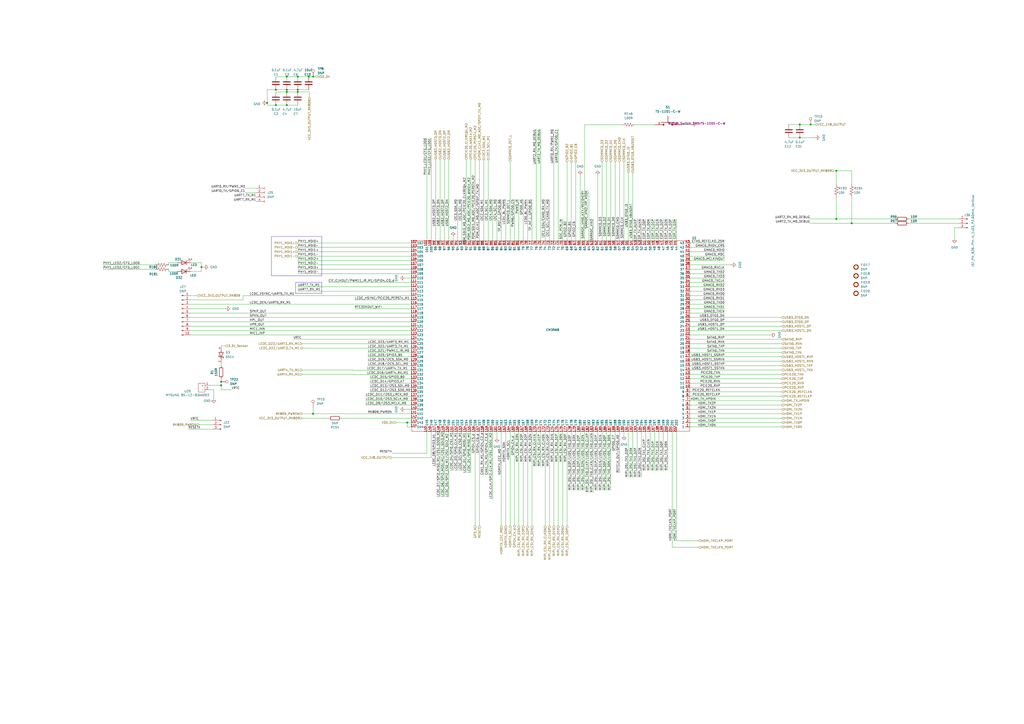
<source format=kicad_sch>
(kicad_sch (version 20231120) (generator "eeschema") (generator_version "8.0")
  (paper "A2")
  (junction (at 128.27 223.52))
  (junction (at 172.72 52.07))
  (junction (at 166.37 53.34))
  (junction (at 181.6803 44.45))
  (junction (at 236.22 245.11))
  (junction (at 166.37 52.07))
  (junction (at 179.07 44.45))
  (junction (at 470.2454 72.2187))
  (junction (at 160.02 60.96))
  (junction (at 463.9378 79.8387))
  (junction (at 154.94 59.69))
  (junction (at 128.27 221.4273))
  (junction (at 172.72 53.34))
  (junction (at 116.84 154.94))
  (junction (at 172.72 44.45))
  (junction (at 160.02 52.07))
  (junction (at 166.37 60.96))
  (junction (at 494.03 129.54))
  (junction (at 485.14 99.06))
  (junction (at 485.14 127))
  (junction (at 181.61 240.03))
  (junction (at 463.9378 72.2187))
  (junction (at 166.37 44.45))
  (wire (pts (xy 336.55 101.6) (xy 336.55 139.7)))
  (wire (pts (xy 213.36 209.55) (xy 238.76 209.55)))
  (wire (pts (xy 278.13 139.7) (xy 278.13 92.71)))
  (wire (pts (xy 349.25 250.19) (xy 349.25 284.48)))
  (wire (pts (xy 121.4405 223.52) (xy 128.27 223.52)))
  (wire (pts (xy 262.89 137.16) (xy 262.89 139.7)))
  (wire (pts (xy 331.47 250.19) (xy 331.47 284.48)))
  (wire (pts (xy 204.47 214.63) (xy 204.47 214.7035)))
  (wire (pts (xy 140.97 171.45) (xy 238.76 171.45)))
  (wire (pts (xy 234.95 161.29) (xy 238.76 161.29)))
  (wire (pts (xy 361.95 252.73) (xy 361.95 250.19)))
  (wire (pts (xy 110.49 179.07) (xy 130.81 179.07)))
  (wire (pts (xy 400.05 234.95) (xy 453.39 234.95)))
  (wire (pts (xy 349.25 93.98) (xy 349.25 139.7)))
  (wire (pts (xy 463.9378 72.2187) (xy 470.2454 72.2187)))
  (wire (pts (xy 323.85 74.93) (xy 323.85 139.7)))
  (wire (pts (xy 205.74 173.99) (xy 238.76 173.99)))
  (wire (pts (xy 323.85 250.19) (xy 323.85 304.8)))
  (wire (pts (xy 175.26 242.57) (xy 190.5 242.57)))
  (wire (pts (xy 172.72 158.75) (xy 238.76 158.75)))
  (wire (pts (xy 110.49 189.23) (xy 238.76 189.23)))
  (wire (pts (xy 227.33 262.89) (xy 247.65 262.89)))
  (wire (pts (xy 318.77 115.57) (xy 318.77 139.7)))
  (wire (pts (xy 116.84 154.94) (xy 116.84 157.48)))
  (wire (pts (xy 369.57 127) (xy 369.57 139.7)))
  (wire (pts (xy 483.87 99.06) (xy 485.14 99.06)))
  (wire (pts (xy 469.9 127) (xy 485.14 127)))
  (wire (pts (xy 288.29 139.7) (xy 288.29 115.57)))
  (wire (pts (xy 400.05 242.57) (xy 453.39 242.57)))
  (wire (pts (xy 336.55 250.19) (xy 336.55 284.48)))
  (wire (pts (xy 369.57 250.19) (xy 369.57 276.86)))
  (wire (pts (xy 400.05 156.21) (xy 420.37 156.21)))
  (wire (pts (xy 214.63 224.79) (xy 238.76 224.79)))
  (wire (pts (xy 205.74 217.2435) (xy 216.6905 217.2435)))
  (wire (pts (xy 556.26 127) (xy 527.05 127)))
  (wire (pts (xy 172.72 148.59) (xy 238.76 148.59)))
  (wire (pts (xy 278.13 250.19) (xy 278.13 304.8)))
  (wire (pts (xy 400.05 214.63) (xy 453.39 214.63)))
  (wire (pts (xy 339.09 250.19) (xy 339.09 284.48)))
  (wire (pts (xy 213.36 207.01) (xy 238.76 207.01)))
  (wire (pts (xy 384.81 250.19) (xy 384.81 273.05)))
  (wire (pts (xy 400.05 161.29) (xy 420.37 161.29)))
  (wire (pts (xy 142.24 109.22) (xy 148.59 109.22)))
  (wire (pts (xy 494.03 106.68) (xy 494.03 99.06)))
  (wire (pts (xy 295.9367 266.7) (xy 295.9367 304.7421)))
  (wire (pts (xy 400.05 204.47) (xy 453.39 204.47)))
  (wire (pts (xy 494.03 129.54) (xy 519.43 129.54)))
  (wire (pts (xy 485.14 99.06) (xy 485.14 106.68)))
  (wire (pts (xy 387.35 127) (xy 387.35 139.7)))
  (wire (pts (xy 110.49 186.69) (xy 238.76 186.69)))
  (wire (pts (xy 389.89 250.19) (xy 389.89 317.5)))
  (wire (pts (xy 154.94 52.07) (xy 154.94 59.69)))
  (wire (pts (xy 326.39 250.19) (xy 326.39 304.8)))
  (wire (pts (xy 238.76 234.95) (xy 212.09 234.95)))
  (wire (pts (xy 110.49 194.31) (xy 238.76 194.31)))
  (wire (pts (xy 400.05 191.77) (xy 453.39 191.77)))
  (wire (pts (xy 400.05 199.39) (xy 453.39 199.39)))
  (wire (pts (xy 351.79 250.19) (xy 351.79 284.48)))
  (wire (pts (xy 334.01 250.19) (xy 334.01 284.48)))
  (wire (pts (xy 553.72 132.08) (xy 553.72 138.43)))
  (wire (pts (xy 351.79 93.98) (xy 351.79 139.7)))
  (wire (pts (xy 400.05 209.55) (xy 453.39 209.55)))
  (wire (pts (xy 236.22 245.11) (xy 238.76 245.11)))
  (wire (pts (xy 172.72 151.13) (xy 238.76 151.13)))
  (wire (pts (xy 400.05 245.11) (xy 453.39 245.11)))
  (wire (pts (xy 334.01 93.9594) (xy 334.01 139.7)))
  (wire (pts (xy 354.33 250.19) (xy 354.33 284.48)))
  (wire (pts (xy 160.02 44.45) (xy 166.37 44.45)))
  (wire (pts (xy 273.05 250.19) (xy 273.05 274.32)))
  (wire (pts (xy 400.05 237.49) (xy 453.39 237.49)))
  (wire (pts (xy 339.09 72.3102) (xy 339.09 139.7)))
  (wire (pts (xy 326.39 127) (xy 326.39 139.7)))
  (wire (pts (xy 102.87 152.4) (xy 97.79 152.4)))
  (wire (pts (xy 250.19 265.43) (xy 250.19 250.19)))
  (wire (pts (xy 175.26 199.39) (xy 238.76 199.39)))
  (wire (pts (xy 298.45 115.57) (xy 298.45 139.7)))
  (wire (pts (xy 290.83 139.7) (xy 290.83 115.57)))
  (wire (pts (xy 123.9805 226.1335) (xy 121.4405 226.1335)))
  (wire (pts (xy 311.15 250.19) (xy 311.15 270.51)))
  (wire (pts (xy 97.79 152.4) (xy 97.79 153.67)))
  (wire (pts (xy 172.72 140.97) (xy 238.76 140.97)))
  (wire (pts (xy 367.03 250.19) (xy 367.03 276.86)))
  (wire (pts (xy 172.72 156.21) (xy 238.76 156.21)))
  (wire (pts (xy 344.17 127) (xy 344.17 139.7)))
  (wire (pts (xy 400.05 201.93) (xy 453.39 201.93)))
  (wire (pts (xy 377.19 250.19) (xy 377.19 273.05)))
  (wire (pts (xy 166.37 44.45) (xy 172.72 44.45)))
  (wire (pts (xy 400.05 184.15) (xy 453.39 184.15)))
  (wire (pts (xy 229.87 245.11) (xy 236.22 245.11)))
  (wire (pts (xy 59.69 153.67) (xy 90.17 153.67)))
  (wire (pts (xy 265.43 139.7) (xy 265.43 115.57)))
  (wire (pts (xy 267.97 250.19) (xy 267.97 273.05)))
  (wire (pts (xy 190.5 163.83) (xy 238.76 163.83)))
  (wire (pts (xy 172.72 52.07) (xy 166.37 52.07)))
  (wire (pts (xy 311.15 74.93) (xy 311.15 139.7)))
  (wire (pts (xy 400.05 232.41) (xy 453.39 232.41)))
  (wire (pts (xy 341.1505 112.0971) (xy 341.63 112.0971)))
  (wire (pts (xy 344.17 250.19) (xy 344.17 285.75)))
  (wire (pts (xy 321.31 74.93) (xy 321.31 139.7)))
  (wire (pts (xy 238.76 229.87) (xy 212.09 229.87)))
  (wire (pts (xy 172.72 143.51) (xy 238.76 143.51)))
  (wire (pts (xy 400.05 222.25) (xy 453.39 222.25)))
  (wire (pts (xy 283.21 139.7) (xy 283.21 92.6609)))
  (wire (pts (xy 160.02 53.34) (xy 166.37 53.34)))
  (wire (pts (xy 485.14 127) (xy 519.43 127)))
  (wire (pts (xy 170.18 196.85) (xy 238.76 196.85)))
  (wire (pts (xy 400.05 240.03) (xy 453.39 240.03)))
  (wire (pts (xy 400.05 168.91) (xy 420.37 168.91)))
  (wire (pts (xy 257.81 250.19) (xy 257.81 288.29)))
  (wire (pts (xy 400.05 181.61) (xy 420.37 181.61)))
  (wire (pts (xy 306.07 115.57) (xy 306.07 139.7)))
  (wire (pts (xy 341.63 250.19) (xy 341.63 285.75)))
  (wire (pts (xy 379.73 250.19) (xy 379.73 273.05)))
  (wire (pts (xy 382.27 127) (xy 382.27 139.7)))
  (wire (pts (xy 339.09 72.3102) (xy 360.7793 72.3102)))
  (wire (pts (xy 295.91 139.7) (xy 295.91 93.98)))
  (wire (pts (xy 400.05 219.71) (xy 453.39 219.71)))
  (wire (pts (xy 316.23 115.57) (xy 316.23 139.7)))
  (wire (pts (xy 356.87 250.19) (xy 356.87 261.62)))
  (wire (pts (xy 102.87 157.48) (xy 97.79 157.48)))
  (wire (pts (xy 368.3993 72.3102) (xy 379.8293 72.3102)))
  (wire (pts (xy 300.99 250.19) (xy 300.99 304.8)))
  (wire (pts (xy 123.9805 231.2135) (xy 123.9805 226.1335)))
  (wire (pts (xy 382.27 250.19) (xy 382.27 273.05)))
  (wire (pts (xy 318.77 250.19) (xy 318.77 304.8)))
  (wire (pts (xy 128.27 212.09) (xy 128.27 210.82)))
  (wire (pts (xy 400.05 173.99) (xy 420.37 173.99)))
  (wire (pts (xy 275.59 250.19) (xy 275.59 304.8)))
  (wire (pts (xy 142.24 111.76) (xy 148.59 111.76)))
  (wire (pts (xy 128.27 226.1335) (xy 134.294 226.1335)))
  (wire (pts (xy 234.95 237.49) (xy 238.76 237.49)))
  (wire (pts (xy 400.05 207.01) (xy 453.39 207.01)))
  (wire (pts (xy 172.72 166.37) (xy 238.76 166.37)))
  (wire (pts (xy 128.27 221.4273) (xy 128.27 223.52)))
  (wire (pts (xy 198.12 242.57) (xy 238.76 242.57)))
  (wire (pts (xy 384.81 127) (xy 384.81 139.7)))
  (wire (pts (xy 172.72 44.45) (xy 179.07 44.45)))
  (wire (pts (xy 341.1505 110.2999) (xy 341.1505 112.0971)))
  (wire (pts (xy 485.14 114.3) (xy 485.14 127)))
  (wire (pts (xy 213.36 212.09) (xy 238.76 212.09)))
  (wire (pts (xy 457.5878 72.2187) (xy 463.9378 72.2187)))
  (wire (pts (xy 116.84 152.4) (xy 110.49 152.4)))
  (wire (pts (xy 341.63 112.0971) (xy 341.63 139.7)))
  (wire (pts (xy 313.69 250.19) (xy 313.69 270.51)))
  (wire (pts (xy 400.05 140.97) (xy 420.37 140.97)))
  (wire (pts (xy 252.73 250.19) (xy 252.73 270.51)))
  (wire (pts (xy 372.11 127) (xy 372.11 139.7)))
  (wire (pts (xy 205.74 179.07) (xy 238.76 179.07)))
  (wire (pts (xy 166.37 53.34) (xy 172.72 53.34)))
  (wire (pts (xy 265.43 250.19) (xy 265.43 273.05)))
  (wire (pts (xy 262.89 250.19) (xy 262.89 273.05)))
  (wire (pts (xy 154.94 60.96) (xy 160.02 60.96)))
  (wire (pts (xy 280.67 92.71) (xy 280.67 139.7)))
  (wire (pts (xy 303.53 115.57) (xy 303.53 139.7)))
  (wire (pts (xy 400.05 186.69) (xy 453.39 186.69)))
  (wire (pts (xy 179.07 52.07) (xy 172.72 52.07)))
  (wire (pts (xy 321.31 250.19) (xy 321.31 304.8)))
  (wire (pts (xy 328.93 93.98) (xy 328.93 139.7)))
  (wire (pts (xy 236.22 247.65) (xy 236.22 245.11)))
  (wire (pts (xy 179.07 44.45) (xy 181.6803 44.45)))
  (wire (pts (xy 214.63 222.25) (xy 238.76 222.25)))
  (wire (pts (xy 213.36 204.47) (xy 238.76 204.47)))
  (wire (pts (xy 400.05 179.07) (xy 420.37 179.07)))
  (wire (pts (xy 469.9 129.54) (xy 494.03 129.54)))
  (wire (pts (xy 313.69 74.93) (xy 313.69 139.7)))
  (wire (pts (xy 400.05 247.65) (xy 453.39 247.65)))
  (wire (pts (xy 160.02 60.96) (xy 166.37 60.96)))
  (wire (pts (xy 400.05 196.85) (xy 453.39 196.85)))
  (wire (pts (xy 130.81 200.66) (xy 128.27 200.66)))
  (wire (pts (xy 308.61 250.19) (xy 308.61 304.8)))
  (wire (pts (xy 179.4488 53.34) (xy 172.72 53.34)))
  (wire (pts (xy 400.05 212.09) (xy 453.39 212.09)))
  (wire (pts (xy 205.74 217.17) (xy 205.74 217.2435)))
  (wire (pts (xy 172.72 168.91) (xy 238.76 168.91)))
  (wire (pts (xy 300.99 115.57) (xy 300.99 139.7)))
  (wire (pts (xy 400.05 224.79) (xy 453.39 224.79)))
  (wire (pts (xy 175.26 240.03) (xy 181.61 240.03)))
  (wire (pts (xy 379.73 127) (xy 379.73 139.7)))
  (wire (pts (xy 400.05 148.59) (xy 420.37 148.59)))
  (wire (pts (xy 238.76 232.41) (xy 212.09 232.41)))
  (wire (pts (xy 316.23 250.19) (xy 316.23 304.8)))
  (wire (pts (xy 260.35 250.19) (xy 260.35 288.29)))
  (wire (pts (xy 400.05 143.51) (xy 420.37 143.51)))
  (wire (pts (xy 361.95 93.98) (xy 361.95 139.7)))
  (wire (pts (xy 110.49 176.53) (xy 238.76 176.53)))
  (wire (pts (xy 204.47 214.7035) (xy 215.4205 214.7035)))
  (wire (pts (xy 283.21 250.19) (xy 283.21 275.59)))
  (wire (pts (xy 227.33 265.43) (xy 250.19 265.43)))
  (wire (pts (xy 470.2454 72.2187) (xy 472.8278 72.2187)))
  (wire (pts (xy 59.69 156.21) (xy 90.17 156.21)))
  (wire (pts (xy 494.03 129.54) (xy 494.03 114.3)))
  (wire (pts (xy 179.4488 53.34) (xy 179.4488 56.2945)))
  (wire (pts (xy 359.41 250.19) (xy 359.41 274.32)))
  (wire (pts (xy 400.05 189.23) (xy 453.39 189.23)))
  (wire (pts (xy 110.49 243.84) (xy 123.19 243.84)))
  (wire (pts (xy 424.18 153.67) (xy 400.05 153.67)))
  (wire (pts (xy 260.35 92.71) (xy 260.35 139.7)))
  (wire (pts (xy 374.65 127) (xy 374.65 139.7)))
  (wire (pts (xy 110.49 184.15) (xy 238.76 184.15)))
  (wire (pts (xy 118.11 154.94) (xy 116.84 154.94)))
  (wire (pts (xy 267.97 139.7) (xy 267.97 115.57)))
  (wire (pts (xy 389.89 127) (xy 389.89 139.7)))
  (wire (pts (xy 97.79 157.48) (xy 97.79 156.21)))
  (wire (pts (xy 293.37 139.7) (xy 293.37 115.57)))
  (wire (pts (xy 172.72 146.05) (xy 238.76 146.05)))
  (wire (pts (xy 364.49 250.19) (xy 364.49 276.86)))
  (wire (pts (xy 400.05 176.53) (xy 420.37 176.53)))
  (wire (pts (xy 285.75 250.19) (xy 285.75 289.56)))
  (wire (pts (xy 494.03 99.06) (xy 485.14 99.06)))
  (wire (pts (xy 273.05 139.7) (xy 273.05 92.71)))
  (wire (pts (xy 270.51 250.19) (xy 270.51 274.32)))
  (wire (pts (xy 400.05 171.45) (xy 420.37 171.45)))
  (wire (pts (xy 160.02 52.07) (xy 154.94 52.07)))
  (wire (pts (xy 295.9367 266.7) (xy 295.91 266.7)))
  (wire (pts (xy 140.97 173.99) (xy 110.49 173.99)))
  (wire (pts (xy 181.61 240.03) (xy 238.76 240.03)))
  (wire (pts (xy 128.27 219.71) (xy 128.27 221.4273)))
  (wire (pts (xy 400.05 158.75) (xy 420.37 158.75)))
  (wire (pts (xy 116.84 154.94) (xy 116.84 152.4)))
  (wire (pts (xy 556.26 132.08) (xy 553.72 132.08)))
  (wire (pts (xy 175.26 242.57) (xy 175.26 242.5564)))
  (wire (pts (xy 387.35 250.19) (xy 387.35 273.05)))
  (wire (pts (xy 346.71 250.19) (xy 346.71 284.48)))
  (wire (pts (xy 181.6803 44.45) (xy 182.88 44.45)))
  (wire (pts (xy 405.13 313.69) (xy 392.43 313.69)))
  (wire (pts (xy 308.61 115.57) (xy 308.61 139.7)))
  (wire (pts (xy 400.05 166.37) (xy 420.37 166.37)))
  (wire (pts (xy 392.43 127) (xy 392.43 139.7)))
  (wire (pts (xy 457.5878 79.8387) (xy 463.9378 79.8387)))
  (wire (pts (xy 303.53 250.19) (xy 303.53 304.8)))
  (wire (pts (xy 356.87 93.98) (xy 356.87 139.7)))
  (wire (pts (xy 214.63 219.71) (xy 238.76 219.71)))
  (wire (pts (xy 175.26 201.93) (xy 238.76 201.93)))
  (wire (pts (xy 463.9378 79.8387) (xy 472.8278 79.8387)))
  (wire (pts (xy 166.37 52.07) (xy 160.02 52.07)))
  (wire (pts (xy 115.57 246.38) (xy 123.19 246.38)))
  (wire (pts (xy 346.71 101.6) (xy 346.71 139.7)))
  (wire (pts (xy 328.93 250.19) (xy 328.93 304.8)))
  (wire (pts (xy 110.49 171.45) (xy 114.3 171.45)))
  (wire (pts (xy 377.19 127) (xy 377.19 139.7)))
  (wire (pts (xy 293.37 250.19) (xy 293.37 304.8)))
  (wire (pts (xy 447.04 194.31) (xy 400.05 194.31)))
  (wire (pts (xy 405.13 317.5) (xy 389.89 317.5)))
  (wire (pts (xy 354.33 93.98) (xy 354.33 139.7)))
  (wire (pts (xy 140.97 171.45) (xy 140.97 173.99)))
  (wire (pts (xy 175.26 217.17) (xy 205.74 217.17)))
  (wire (pts (xy 110.49 191.77) (xy 238.76 191.77)))
  (wire (pts (xy 288.29 254) (xy 288.29 250.19)))
  (wire (pts (xy 400.05 146.05) (xy 420.37 146.05)))
  (wire (pts (xy 359.41 93.98) (xy 359.41 139.7)))
  (wire (pts (xy 290.83 250.19) (xy 290.83 304.8)))
  (wire (pts (xy 295.91 266.7) (xy 295.91 250.19)))
  (wire (pts (xy 270.51 139.7) (xy 270.51 92.71)))
  (wire (pts (xy 166.37 60.96) (xy 172.72 60.96)))
  (wire (pts (xy 110.49 181.61) (xy 238.76 181.61)))
  (wire (pts (xy 214.63 227.33) (xy 238.76 227.33)))
  (wire (pts (xy 128.27 226.1335) (xy 128.27 223.52)))
  (wire (pts (xy 331.47 93.9594) (xy 331.47 139.7)))
  (wire (pts (xy 400.05 163.83) (xy 420.37 163.83)))
  (wire (pts (xy 275.59 139.7) (xy 275.59 92.71)))
  (wire (pts (xy 109.22 248.92) (xy 123.19 248.92)))
  (wire (pts (xy 252.73 92.71) (xy 252.73 139.7)))
  (wire (pts (xy 280.67 250.19) (xy 280.67 275.59)))
  (wire (pts (xy 250.19 80.01) (xy 250.19 139.7)))
  (wire (pts (xy 400.05 229.87) (xy 453.39 229.87)))
  (wire (pts (xy 154.94 59.69) (xy 154.94 60.96)))
  (wire (pts (xy 400.05 151.13) (xy 420.37 151.13)))
  (wire (pts (xy 181.61 236.22) (xy 181.61 240.03)))
  (wire (pts (xy 374.65 250.19) (xy 374.65 273.05)))
  (wire (pts (xy 255.27 92.71) (xy 255.27 139.7)))
  (wire (pts (xy 238.76 247.65) (xy 236.22 247.65)))
  (wire (pts (xy 372.11 250.19) (xy 372.11 276.86)))
  (wire (pts (xy 364.49 100.33) (xy 364.49 139.7)))
  (wire (pts (xy 247.65 80.01) (xy 247.65 139.7)))
  (wire (pts (xy 172.72 153.67) (xy 238.76 153.67)))
  (wire (pts (xy 556.26 129.54) (xy 527.05 129.54)))
  (wire (pts (xy 257.81 92.71) (xy 257.81 139.7)))
  (wire (pts (xy 285.75 139.7) (xy 285.75 115.57)))
  (wire (pts (xy 400.05 217.17) (xy 453.39 217.17)))
  (wire (pts (xy 392.43 250.19) (xy 392.43 313.69)))
  (wire (pts (xy 215.4205 214.7035) (xy 238.76 214.63)))
  (wire (pts (xy 255.27 250.19) (xy 255.27 288.29)))
  (wire (pts (xy 247.65 250.19) (xy 247.65 262.89)))
  (wire (pts (xy 395.0693 72.3102) (xy 401.4193 72.3102)))
  (wire (pts (xy 298.45 250.19) (xy 298.45 304.8)))
  (wire (pts (xy 216.6905 217.2435) (xy 238.76 217.17)))
  (wire (pts (xy 306.07 250.19) (xy 306.07 304.8)))
  (wire (pts (xy 116.84 157.48) (xy 110.49 157.48)))
  (wire (pts (xy 121.4405 223.52) (xy 121.4405 223.5935)))
  (wire (pts (xy 175.26 214.63) (xy 204.47 214.63)))
  (wire (pts (xy 400.05 227.33) (xy 453.39 227.33)))
  (wire (pts (xy 367.03 100.33) (xy 367.03 139.7)))
  (rectangle (start 171.45 163.83) (end 186.69 170.18))
  (rectangle (start 157.48 137.16) (end 186.69 160.02))
  (label "SARADC_VIN0_KEY{slash}RECOVERY" (at 339.09 110.49 270))
  (label "MIPI_DSI_TX1_D3N" (at 367.03 276.86 90))
  (label "UART7_RX_M1" (at 148.59 116.84 180))
  (label "GMAC0_RXD1" (at 420.37 173.99 180))
  (label "LCDC_D12{slash}I2S3_SD0_M0" (at 214.63 227.33 0))
  (label "MIPI_DSI_TX0_D3P{slash}LVDS_TX0_D3P" (at 331.47 284.48 90))
  (label "MIPI_DSI_TX1_CLKN" (at 377.19 273.05 90))
  (label "UART0_RX{slash}PWM1_M0" (at 321.31 74.93 270))
  (label "LCDC_D9{slash}I2S3_MCLK_M0" (at 212.09 234.95 0))
  (label "UART0_TX{slash}GPIO0_C1" (at 142.24 111.76 180))
  (label "SATA0_TXN" (at 420.37 204.47 180))
  (label "USB2_HOST2_DN" (at 260.35 115.57 270))
  (label "MIPI_DSI_TX1_D1N" (at 382.27 273.05 90))
  (label "MIPI_DSI_TX0_D2P{slash}LVDS_TX0_D2P" (at 336.55 284.48 90))
  (label "SOC_PCM_IN" (at 326.39 127 270))
  (label "TP_RST_L_GPIO0_B6" (at 290.83 115.57 270))
  (label "LCDC_D13{slash}I2S3_SDI_M0" (at 214.63 224.79 0))
  (label "LCDC_VSYNC{slash}UART5_TX_M1" (at 144.78 171.45 0))
  (label "HDMITX_CEC_M0" (at 290.83 275.59 90))
  (label "PHY1_LED2{slash}CFG_LDO1" (at 250.19 80.01 270))
  (label "HDMITX_SDA" (at 293.37 267.97 90))
  (label "SATA0_TXP" (at 420.37 201.93 180))
  (label "PCIE20_RXN" (at 417.83 222.25 180))
  (label "SDMMC0_D3" (at 349.25 125.73 270))
  (label "USB3_HOST1_SSTXP" (at 420.37 212.09 180))
  (label "CAN1_RX_M1{slash}GPIO4_C2_d" (at 280.67 275.59 90))
  (label "PCIE20_RXP" (at 417.83 224.79 180))
  (label "GPIO4_C6_d" (at 278.13 262.89 90))
  (label "HDMI_TX0N" (at 415.29 247.65 180))
  (label "GMAC0_TXD1" (at 420.37 179.07 180))
  (label "GMAC0_MDC" (at 420.37 148.59 180))
  (label "MIPI_CSI_RX_D2P" (at 306.07 267.97 90))
  (label "EDP_TX_D0P" (at 374.65 127 270))
  (label "HDMI_TX2N" (at 415.29 237.49 180))
  (label "EDP_TX_D2P" (at 384.81 127 270))
  (label "LCDC_D18{slash}I2C5_SCL_M0" (at 213.36 212.09 0))
  (label "LCDC_D7{slash}SPI2_MISO_M1{slash}I2S1_SDO0_M2" (at 255.27 288.29 90))
  (label "UART0_RX{slash}PWM1_M0" (at 142.24 109.22 180))
  (label "GMAC0_MCLKINOUT" (at 420.37 151.13 180))
  (label "UART7_TX_M1" (at 172.72 166.37 0))
  (label "VRTC" (at 110.49 243.84 0))
  (label "GMAC0_TXD0" (at 420.37 176.53 180))
  (label "MIPI_DSI_TX1_D1P" (at 379.73 273.05 90))
  (label "UART7_TX_M1" (at 148.59 114.3 180))
  (label "SATA0_RXP" (at 420.37 196.85 180))
  (label "HPR_OUT" (at 144.78 189.23 0))
  (label "I2C4_SCL_M0" (at 288.29 115.57 270))
  (label "MIPI_CSI_RX_CLK0N" (at 316.23 270.51 90))
  (label "I2C2_SDA_M1" (at 280.67 115.57 270))
  (label "GPIO4_C4_d" (at 298.45 264.16 90))
  (label "LCDC_D3{slash}SPI0_CLK_M1" (at 265.43 273.05 90))
  (label "SARADC_VIN3" (at 344.17 127 270))
  (label "UART2_RX_M0_DEBUG" (at 311.15 74.93 270))
  (label "SPKP_OUT" (at 144.78 181.61 0))
  (label "PCIE20_TXN" (at 417.83 217.17 180))
  (label "LCDC_D11{slash}I2S3_LRCK_M0" (at 212.09 229.87 0))
  (label "MIPI_DSI_TX0_D3N{slash}LVDS_TX0_D3N" (at 334.01 284.48 90))
  (label "RTC32KOUT_WIFI" (at 205.74 179.07 0))
  (label "PHY1_LED1{slash}CFG_LDO0" (at 247.65 80.01 270))
  (label "GMAC0_TXD3" (at 420.37 161.29 180))
  (label "USB2_HOST2_DP" (at 257.81 115.57 270))
  (label "GMAC0_TXD2" (at 420.37 158.75 180))
  (label "GPIO2_B2" (at 328.93 128.27 270))
  (label "SDMMC0_D2" (at 351.79 125.73 270))
  (label "LCDC_D8{slash}GPIO3_A1" (at 252.73 270.51 90))
  (label "EDP_TX_D1P" (at 379.73 127 270))
  (label "PHY1_MDI2+" (at 172.72 151.13 0))
  (label "I2C4_SDA_M0" (at 285.75 115.57 270))
  (label "SATA0_RXN" (at 420.37 199.39 180))
  (label "ETH0_REFCLKO_25M" (at 420.37 140.97 180))
  (label "HDMI_TX1N" (at 415.29 242.57 180))
  (label "USB2_HOST3_DP" (at 252.73 115.57 270))
  (label "MIPI_DSI_TX0_D1P{slash}LVDS_TX0_D1P" (at 346.71 284.48 90))
  (label "PCIE20_TXP" (at 417.83 219.71 180))
  (label "PHY1_MDI0-" (at 172.72 143.51 0))
  (label "UART0_TX{slash}GPIO0_C1" (at 323.85 74.93 270))
  (label "REFCLK_OUT{slash}GPIO0_A0" (at 359.41 274.32 90))
  (label "USB3_HOST1_DN" (at 420.37 191.77 180))
  (label "MIPI_CSI_RX_CLK1P" (at 313.69 270.51 90))
  (label "MIPI_DSI_TX0_D0P{slash}LVDS_TX0_D0P" (at 351.79 284.48 90))
  (label "HPL_OUT" (at 144.78 186.69 0))
  (label "EDP_TX_D1N" (at 382.27 127 270))
  (label "LCDC_D5{slash}SPI2_CS0_M1{slash}I2S1_SDI2_M2" (at 260.35 288.29 90))
  (label "MIPI_CSI_RX_D0N" (at 326.39 267.97 90))
  (label "PDM_SDI3_M0_ADC{slash}PCIE20_CLKREQn_M2" (at 270.51 102.87 270))
  (label "HDMI_TXCLKP_PORT" (at 392.43 313.69 90))
  (label "PHY1_MDI1+" (at 172.72 146.05 0))
  (label "SDMMC0_DET_L" (at 295.91 115.57 270))
  (label "HDMI_TXCLKN_PORT" (at 389.89 313.69 90))
  (label "USB3_OTG0_DP" (at 420.37 186.69 180))
  (label "LCDC_D14{slash}GPIO3_A7" (at 214.63 222.25 0))
  (label "GMAC0_RXCLK" (at 420.37 156.21 180))
  (label "MIPI_DSI_TX0_CLKN{slash}LVDS_TX0_CLKN" (at 344.17 285.75 90))
  (label "HDMI_TX0P" (at 415.29 245.11 180))
  (label "MIPI_DSI_TX1_D2N" (at 372.11 276.86 90))
  (label "GPIO0_A5" (at 303.53 115.57 270))
  (label "LCDC_CLK{slash}SPI2_CLK_M1{slash}I2S1_SDO1_M2" (at 285.75 289.56 90))
  (label "LCDC_D15{slash}GPIO3_B0" (at 214.63 219.71 0))
  (label "MIPI_DSI_TX0_D2N{slash}LVDS_TX0_D2N" (at 339.09 284.48 90))
  (label "LCDC_HSYNC{slash}PCIE20_PERSTn_M1" (at 205.74 173.99 0))
  (label "LCDC_D21{slash}PWM11_IR_M0" (at 213.36 204.47 0))
  (label "PHY1_MDI3+" (at 172.72 156.21 0))
  (label "MIPI_DSI_TX0_CLKP{slash}LVDS_TX0_CLKP" (at 341.63 285.75 90))
  (label "MIPI_CSI_RX_CLK1N" (at 311.15 270.51 90))
  (label "USB3_HOST1_SSTXN" (at 420.37 214.63 180))
  (label "PHY1_LED2{slash}CFG_LDO1" (at 59.69 156.21 0))
  (label "EDP_TX_AUXP" (at 369.57 127 270))
  (label "MIPI_CSI_RX_D3N" (at 300.99 267.97 90))
  (label "RESETn" (at 227.33 262.89 180))
  (label "SDMMC0_D1" (at 354.33 125.73 270))
  (label "LCDC_D16{slash}UART4_RX_M1" (at 212.8805 217.2435 0))
  (label "VRTC" (at 170.18 196.85 0))
  (label "GMAC0_TXCLK" (at 420.37 163.83 180))
  (label "UART7_RX_M1" (at 172.72 168.91 0))
  (label "MIPI_CSI_RX_CLK0P" (at 318.77 270.51 90))
  (label "LCDC_D1{slash}SPI0_MOSI_M1" (at 270.51 274.32 90))
  (label "LCDC_D20{slash}GPIO3_B5" (at 213.36 207.01 0))
  (label "MIPI_CSI_RX_D1N" (at 321.31 267.97 90))
  (label "EDP_TX_D2N" (at 387.35 127 270))
  (label "PDM_SDI2_M0_ADC{slash}PCIE20_WAKEn_M2" (at 273.05 102.87 270))
  (label "UART2_RX_M0_DEBUG" (at 469.9 127 180))
  (label "USB3_OTG0_DN" (at 420.37 184.15 180))
  (label "CAN1_TX_M1{slash}GPIO4_C3_d" (at 283.21 275.59 90))
  (label "RESETn" (at 109.22 248.92 0))
  (label "PCIE20_REFCLKP" (at 417.83 229.87 180))
  (label "MIPI_CSI_RX_D1P" (at 323.85 267.97 90))
  (label "SDMMC0_CLK" (at 361.95 125.73 270))
  (label "CIF_CLKOUT{slash}PWM11_IR_M1{slash}GPIO4_C0_d" (at 190.5 163.83 0))
  (label "GMAC0_TXEN" (at 420.37 181.61 180))
  (label "MIPI_DSI_TX1_D3P" (at 364.49 276.86 90))
  (label "PHY1_LED2{slash}CFG_LDO0" (at 59.69 153.67 0))
  (label "GPIO0_C7" (at 356.87 261.62 90))
  (label "PDM_SDI1_M0_ADC{slash}PCIE20_PERSTn_M2" (at 275.59 101.6 270))
  (label "I2C3_SCL_M0" (at 267.97 115.57 270))
  (label "USB3_HOST1_SSRXN" (at 420.37 209.55 180))
  (label "SDMMC0_CMD" (at 359.41 125.73 270))
  (label "MIPI_DSI_TX0_D0N{slash}LVDS_TX0_D0N" (at 354.33 284.48 90))
  (label "MIC1_INN" (at 144.78 191.77 0))
  (label "PDM_CLK1_M0_ADC{slash}SPDIF_TX_M0" (at 278.13 106.68 270))
  (label "GPIO4_C5_d" (at 275.59 262.89 90))
  (label "GPIO2_B1" (at 331.47 128.27 270))
  (label "LCDC_D17{slash}UART4_TX_M1" (at 212.8805 214.7035 0))
  (label "PCIE20_REFCLKN" (at 417.83 227.33 180))
  (label "MIC1_INP" (at 144.78 194.31 0))
  (label "SDMMC0_D0" (at 356.87 125.73 270))
  (label "GMAC0_RXDV_CRS" (at 420.37 143.51 180))
  (label "SARADC_VIN2_HP_HOOK" (at 341.1505 110.2999 270))
  (label "USB3_OTG0_ID" (at 364.49 118.11 270))
  (label "EDP_TX_AUXN" (at 372.11 127 270))
  (label "HDMITX_SCL" (at 295.91 266.7 90))
  (label "LCD1_BL_PWM5" (at 293.37 115.57 270))
  (label "EDP_TX_D3P" (at 389.89 127 270))
  (label "LCDC_D1{slash}SPI0_MISO_M1" (at 273.05 274.32 90))
  (label "PHY1_MDI1-" (at 172.72 148.59 0))
  (label "MIPI_DSI_TX1_CLKP" (at 374.65 273.05 90))
  (label "LCDC_D19{slash}I2C5_SDA_M0" (at 213.36 209.55 0))
  (label "LCD0_BL_PWM4" (at 306.07 115.57 270))
  (label "SPKN_OUT" (at 144.78 184.15 0))
  (label "GPIO2_C6" (at 334.01 128.27 270))
  (label "HDMI_TX1P" (at 415.29 240.03 180))
  (label "PWM6{slash}GPIO0_C5" (at 298.45 115.57 270))
  (label "GMAC0_MDIO" (at 420.37 146.05 180))
  (label "EDP_TX_D3N" (at 392.43 127 270))
  (label "MIPI_DSI_TX0_D1N{slash}LVDS_TX0_D1N" (at 349.25 284.48 90))
  (label "I2C1_SDA{slash}CAN0_RX_M0" (at 316.23 115.57 270))
  (label "MIPI_DSI_TX1_D0N" (at 387.35 273.05 90))
  (label "LCDC_DEN{slash}UART5_RX_M1" (at 144.78 176.53 0))
  (label "USB2_HOST3_DN" (at 255.27 115.57 270))
  (label "VRTC" (at 134.294 226.1335 0))
  (label "LCDC_D22{slash}UART3_TX_M1" (at 213.36 201.93 0))
  (label "RK809_PWRON" (at 213.36 240.03 0))
  (label "MIPI_CSI_RX_D3P" (at 303.53 267.97 90))
  (label "PHY1_MDI0+" (at 172.72 140.97 0))
  (label "PWM3_IR" (at 300.99 115.57 270))
  (label "GMAC0_RXD0" (at 420.37 171.45 180))
  (label "LCDC_D4{slash}SPI0_CS1_M1" (at 262.89 273.05 90))
  (label "EDP_TX_D0N" (at 377.19 127 270))
  (label "LCDC_D10{slash}I2S3_SCLK_M0" (at 212.09 232.41 0))
  (label "MIPI_CSI_RX_D2N" (at 308.61 267.97 90))
  (label "UART2_TX_M0_DEBUG" (at 313.69 74.93 270))
  (label "GMAC0_RXD3" (at 420.37 168.91 180))
  (label "I2C2_SCL_M1" (at 283.21 115.57 270))
  (label "LCDC_D2{slash}SPI0_CS0_M1" (at 267.97 273.05 90))
  (label "USB3_HOST1_DP" (at 420.37 189.23 180))
  (label "USB3_OTG0_VBUSDET" (at 367.03 118.11 270))
  (label "HDMI_TX2P" (at 415.29 234.95 180))
  (label "MIPI_DSI_TX1_D0P" (at 384.81 273.05 90))
  (label "LCDC_D6{slash}SPI2_MOSI_M1{slash}I2S1_SDI3_M2" (at 257.81 288.29 90))
  (label "I2C3_SDA_M0" (at 265.43 115.57 270))
  (label "MIPI_CSI_RX_D0P" (at 328.93 267.97 90))
  (label "LCDC_D23{slash}UART3_RX_M1" (at 213.36 199.39 0))
  (label "I2C1_SCL{slash}CAN0_TX_M0" (at 318.77 115.57 270))
  (label "HDMI_TX_HPDIN" (at 415.29 232.41 180))
  (label "UART2_TX_M0_DEBUG" (at 469.9 129.54 180))
  (label "PHY1_MDI2-" (at 172.72 153.67 0))
  (label "MIPI_DSI_TX1_D2P" (at 369.57 276.86 90))
  (label "PHY1_MDI3-" (at 172.72 158.75 0))
  (label "GMAC0_RXD2" (at 420.37 166.37 180))
  (label "USB3_HOST1_SSRXP" (at 420.37 207.01 180))
  (label "TP_INT_L_GPIO0_B5" (at 308.61 115.57 270))
  (hierarchical_label "SDMMC0_D1" (shape input) (at 354.33 93.98 90))
  (hierarchical_label "I2C2_SCL_M1" (shape output) (at 283.21 92.6609 90))
  (hierarchical_label "HDMI_TX2N" (shape input) (at 453.39 237.49 0))
  (hierarchical_label "HDMI_TX0N" (shape input) (at 453.39 247.65 0))
  (hierarchical_label "VCC_1V8_OUTPUT" (shape input) (at 472.8278 72.2187 0))
  (hierarchical_label "VDD_5V" (shape input) (at 182.88 44.45 0))
  (hierarchical_label "USB3_OTG0_DN" (shape input) (at 453.39 184.15 0))
  (hierarchical_label "HDMITX_CEC_M0" (shape input) (at 290.83 304.8 270))
  (hierarchical_label "PHY1_MDI0+" (shape input) (at 172.72 140.97 180))
  (hierarchical_label "SDMMC0_D2" (shape input) (at 351.79 93.98 90))
  (hierarchical_label "PHY1_MDI1-" (shape input) (at 172.72 148.59 180))
  (hierarchical_label "MIPI_CSI_RX_D0P" (shape input) (at 328.93 304.8 270))
  (hierarchical_label "SATA0_TXP" (shape input) (at 453.39 201.93 0))
  (hierarchical_label "PCIE20_REFCLKN" (shape input) (at 453.39 227.33 0))
  (hierarchical_label "USB3_HOST1_RXN" (shape input) (at 453.39 209.55 0))
  (hierarchical_label "PDM_CLK1_M0_ADC{slash}SPDIF_TX_M0" (shape output) (at 278.13 92.71 90))
  (hierarchical_label "USB3_HOST1_TXN" (shape input) (at 453.39 214.63 0))
  (hierarchical_label "MIPI_CSI_RX_D1N" (shape input) (at 321.31 304.8 270))
  (hierarchical_label "SDMMC0_D3" (shape input) (at 349.25 93.98 90))
  (hierarchical_label "USB2_HOST3_DP" (shape input) (at 252.73 92.71 90))
  (hierarchical_label "HDMI_TX_HPDIN" (shape input) (at 453.39 232.41 0))
  (hierarchical_label "VDD_5V" (shape input) (at 229.87 245.11 180))
  (hierarchical_label "HDMI_TX1N" (shape input) (at 453.39 242.57 0))
  (hierarchical_label "RK809_PWRON" (shape input) (at 115.57 246.38 180))
  (hierarchical_label "HDMITX_SCL" (shape input) (at 295.9367 304.7421 270))
  (hierarchical_label "PCIE20_REFCLKP" (shape input) (at 453.39 229.87 0))
  (hierarchical_label "HDMI_TX2P" (shape input) (at 453.39 234.95 0))
  (hierarchical_label "MIPI_CSI_RX_D2P" (shape input) (at 306.07 304.8 270))
  (hierarchical_label "PCIE20_TXN" (shape input) (at 453.39 217.17 0))
  (hierarchical_label "PCIE20_RXN" (shape input) (at 453.39 222.25 0))
  (hierarchical_label "USB3_OTG0_DP" (shape input) (at 453.39 186.69 0))
  (hierarchical_label "LCDC_D22{slash}UART3_TX_M1" (shape output) (at 175.26 201.93 180))
  (hierarchical_label "MIPI_CSI_RX_CLK0N" (shape input) (at 316.23 304.8 270))
  (hierarchical_label "USB2_HOST3_DN" (shape input) (at 255.27 92.71 90))
  (hierarchical_label "I2C2_SDA_M1" (shape output) (at 280.67 92.71 90))
  (hierarchical_label "SATA0_RXP" (shape input) (at 453.39 196.85 0))
  (hierarchical_label "PCIE20_RXP" (shape input) (at 453.39 224.79 0))
  (hierarchical_label "MIPI_CSI_RX_D1P" (shape input) (at 323.85 304.8 270))
  (hierarchical_label "USB3_OTG0_VBUSDET" (shape input) (at 367.03 100.33 90))
  (hierarchical_label "SDMMC0_CMD" (shape input) (at 359.41 93.98 90))
  (hierarchical_label "MIPI_CSI_RX_D0N" (shape input) (at 326.39 304.8 270))
  (hierarchical_label "HDMI_TXCLKP_PORT" (shape input) (at 405.13 313.69 0))
  (hierarchical_label "SATA0_RXN" (shape input) (at 453.39 199.39 0))
  (hierarchical_label "PHY1_MDI1+" (shape input) (at 172.72 146.05 180))
  (hierarchical_label "HDMI_TX0P" (shape input) (at 453.39 245.11 0))
  (hierarchical_label "HDMITX_SDA" (shape input) (at 293.37 304.8 270))
  (hierarchical_label "RESET" (shape input) (at 278.13 304.8 270))
  (hierarchical_label "SDMMC0_CLK" (shape input) (at 361.95 93.98 90))
  (hierarchical_label "MIPI_CSI_RX_D2N" (shape input) (at 308.61 304.8 270))
  (hierarchical_label "VCC_1V8_OUTPUT" (shape input) (at 227.33 265.43 180))
  (hierarchical_label "USB3_HOST1_DN" (shape input) (at 453.39 191.77 0))
  (hierarchical_label "GPIO2_B2" (shape input) (at 328.93 93.98 90))
  (hierarchical_label "PCIE20_CLKREQn_M2" (shape input) (at 270.51 92.71 90))
  (hierarchical_label "VCC_3V3_OUTPUT_RK809" (shape input) (at 179.4488 56.2945 270))
  (hierarchical_label "LCDC_D23{slash}UART3_RX_M1" (shape input) (at 175.26 199.39 180))
  (hierarchical_label "PCIE20_PERSTn_M2" (shape input) (at 275.59 92.71 90))
  (hierarchical_label "USB3_HOST1_TXP" (shape input) (at 453.39 212.09 0))
  (hierarchical_label "USB2_HOST2_DP" (shape input) (at 257.81 92.71 90))
  (hierarchical_label "PCIE20_WAKEn_M2" (shape input) (at 273.05 92.71 90))
  (hierarchical_label "SDMMC0_D0" (shape input) (at 356.87 93.98 90))
  (hierarchical_label "HDMI_TXCLKN_PORT" (shape input) (at 405.13 317.5 0))
  (hierarchical_label "VCC_3V3_OUTPUT_RK809" (shape input) (at 114.3 171.45 0))
  (hierarchical_label "GPIO2_B1" (shape output) (at 331.47 93.9594 90))
  (hierarchical_label "SDMMC0_DET_L" (shape input) (at 295.91 93.98 90))
  (hierarchical_label "GPIO2_C6" (shape output) (at 334.01 93.9594 90))
  (hierarchical_label "MIPI_CSI_RX_D3P" (shape input) (at 303.53 304.8 270))
  (hierarchical_label "MIPI_CSI_RX_CLK0P" (shape input) (at 318.77 304.8 270))
  (hierarchical_label "PCIE20_TXP" (shape input) (at 453.39 219.71 0))
  (hierarchical_label "3.3V_Sensor" (shape input) (at 130.81 200.66 0))
  (hierarchical_label "USB3_OTG0_ID" (shape input) (at 364.49 100.33 90))
  (hierarchical_label "HDMI_TX1P" (shape input) (at 453.39 240.03 0))
  (hierarchical_label "RK809_PWRON" (shape input) (at 175.26 240.03 180))
  (hierarchical_label "PHY1_MDI0-" (shape input) (at 172.72 143.51 180))
  (hierarchical_label "VCC_3V3_OUTPUT_RK809" (shape input) (at 483.87 99.06 180))
  (hierarchical_label "GP3_A" (shape input) (at 275.59 304.8 270))
  (hierarchical_label "MIPI_CSI_RX_D3N" (shape input) (at 300.99 304.8 270))
  (hierarchical_label "UART4_TX_M1" (shape input) (at 175.26 214.63 180))
  (hierarchical_label "SATA0_TXN" (shape input) (at 453.39 204.47 0))
  (hierarchical_label "USB3_HOST1_RXP" (shape input) (at 453.39 207.01 0))
  (hierarchical_label "USB2_HOST2_DN" (shape input) (at 260.35 92.71 90))
  (hierarchical_label "VCC_3V3_OUTPUT_RK809" (shape input) (at 175.26 242.57 180))
  (hierarchical_label "USB3_HOST1_DP" (shape input) (at 453.39 189.23 0))
  (hierarchical_label "UART4_RX_M1" (shape input) (at 175.26 217.17 180))
  (hierarchical_label "GPIO4_C4_d" (shape output) (at 298.45 304.8 270))
  (symbol (lib_id "Device:C") (at 172.72 48.26 0) (unit 1)
    (property "Reference" "C6" (at 170.18 43.18 0) (effects (justify left)))
    (property "Value" "4.7uF" (at 170.18 40.64 0) (effects (justify left)))
    (property "Footprint" "Capacitor_SMD:C_0603_1608Metric" (effects (hide yes)))
    (property "MPN" "CL10A475KO8NNNC" (effects (hide yes)))
  )
  (symbol (lib_id "SS14:SS14") (at 128.27 205.74 270) (unit 1)
    (property "Reference" "D3" (at 130.81 204.4699 90) (effects (justify left)))
    (property "Value" "SS14" (at 130.81 207.0099 90) (effects (justify left)))
    (property "Footprint" "SS14:DIOM4325X250N" (effects (hide yes)))
    (property "STANDARD" "IPC-7351B" (effects (hide yes)))
    (property "MAXIMUM_PACKAGE_HEIGHT" "2.5 mm" (effects (hide yes)))
    (property "MANUFACTURER" "Taiwan Semiconductor" (effects (hide yes)))
    (property "PARTREV" "O2102" (effects (hide yes)))
    (property "MPN" "SS14 SOD-123FL" (effects (hide yes)))
  )
  (symbol (lib_id "power:GND") (at 234.95 237.49 270) (unit 1)
    (property "Reference" "#PWR044" (effects (hide yes)))
    (property "Value" "GND" (at 229.87 237.49 0))
  )
  (symbol (lib_id "power:GND") (at 336.55 101.6 180) (unit 1)
    (property "Reference" "#PWR047" (effects (hide yes)))
    (property "Value" "GND" (at 336.55 96.52 0))
  )
  (symbol (lib_id "power:GND") (at 361.95 252.73 0) (unit 1)
    (property "Reference" "#PWR049" (effects (hide yes)))
    (property "Value" "GND" (at 361.95 257.81 0))
  )
  (symbol (lib_id "Mechanical:Fiducial") (at 496.57 170.18 0) (unit 1)
    (property "Reference" "FID20" (at 499.11 168.9099 0) (effects (justify left)))
    (property "Value" "DNP" (at 499.11 171.4499 0) (effects (justify left)))
    (property "Footprint" "Fiducial:Fiducial_0.5mm_Mask1mm" (effects (hide yes)))
    (property "Description" "Fiducial Marker" (effects (hide yes)))
  )
  (symbol (lib_id "Device:R_US") (at 494.03 110.49 180) (unit 1)
    (property "Reference" "R194" (at 495.3 109.22 0) (effects (justify right)))
    (property "Value" "10K" (at 495.3 111.76 0) (effects (justify right)))
    (property "Footprint" "Resistor_SMD:R_0603_1608Metric" (effects (hide yes)))
    (property "Description" "Resistor, US symbol" (effects (hide yes)))
    (property "MPN" "0603WAF1002T5E" (effects (hide yes)))
  )
  (symbol (lib_id "Connector:Conn_01x03_Pin") (at 561.34 129.54 0) (mirror y) (unit 1)
    (property "Reference" "J36" (at 559.308 124.714 0) (effects (justify right)))
    (property "Value" "JST_PH_B2B-PH-K_1x03_P2.00mm_Vertical" (at 564.388 112.776 90) (effects (justify right)))
    (property "Footprint" "Connector_JST:JST_PH_B3B-PH-K_1x03_P2.00mm_Vertical" (effects (hide yes)))
    (property "Description" "Generic connector, single row, 01x03, script generated" (effects (hide yes)))
  )
  (symbol (lib_id "Device:C") (at 160.02 57.15 0) (unit 1)
    (property "Reference" "C2" (at 158.75 66.04 0) (effects (justify left)))
    (property "Value" "0.1uF" (at 157.48 63.5 0) (effects (justify left)))
    (property "Footprint" "Capacitor_SMD:C_0603_1608Metric" (effects (hide yes)))
  )
  (symbol (lib_id "Device:LED") (at 106.68 152.4 180) (unit 1)
    (property "Reference" "D31" (at 103.378 150.368 0))
    (property "Value" "LED" (at 112.522 153.67 0))
    (property "Footprint" "LED_SMD:LED_0402_1005Metric" (effects (hide yes)))
    (property "Description" "Light emitting diode" (effects (hide yes)))
  )
  (symbol (lib_id "power:GND") (at 288.29 254 0) (unit 1)
    (property "Reference" "#PWR046" (effects (hide yes)))
    (property "Value" "GND" (at 288.29 259.08 0))
  )
  (symbol (lib_id "Device:R") (at 194.31 242.57 90) (unit 1)
    (property "Reference" "R154" (at 194.31 247.8278 90))
    (property "Value" "DNP" (at 194.31 245.5164 90))
    (property "Footprint" "Resistor_SMD:R_0603_1608Metric" (effects (hide yes)))
  )
  (symbol (lib_id "Mechanical:Fiducial") (at 496.57 160.02 0) (unit 1)
    (property "Reference" "FID18" (at 499.11 158.7499 0) (effects (justify left)))
    (property "Value" "DNP" (at 499.11 161.2899 0) (effects (justify left)))
    (property "Footprint" "Fiducial:Fiducial_0.5mm_Mask1mm" (effects (hide yes)))
    (property "Description" "Fiducial Marker" (effects (hide yes)))
  )
  (symbol (lib_id "Device:R") (at 128.27 215.9 0) (unit 1)
    (property "Reference" "R1" (at 123.0122 215.9 90))
    (property "Value" "150R" (at 125.3236 215.9 90))
    (property "Footprint" "Resistor_SMD:R_0603_1608Metric" (effects (hide yes)))
    (property "MPN" "0603WAF1500T5E" (effects (hide yes)))
  )
  (symbol (lib_id "Device:R_US") (at 93.98 153.67 90) (unit 1)
    (property "Reference" "R180" (at 88.9 154.94 90))
    (property "Value" "100R" (at 101.092 153.924 90))
    (property "Footprint" "Resistor_SMD:R_0603_1608Metric" (effects (hide yes)))
    (property "Description" "Resistor, US symbol" (effects (hide yes)))
    (property "MPN" "0603WAF1000T5E" (effects (hide yes)))
  )
  (symbol (lib_id "TL1015AF160QG:TL1015AF160QG") (at 387.4493 72.3102 0) (unit 1)
    (property "Reference" "S1" (at 387.4493 62.1502 0))
    (property "Value" "TS-1101-C-W" (at 387.4493 64.6902 0))
    (property "Footprint" "Button_Switch_SMD:TS-1101-C-W" (at 387.4493 72.3102 0) (effects (justify left bottom)))
    (property "Description" "\\nTactile Switch SPST-NO Top Actuated Surface Mount\\n" (effects (hide yes)))
    (property "MAXIMUM_PACKAGE_HEIGHT" "2.1 mm" (effects (hide yes)))
    (property "Package" "None" (effects (hide yes)))
    (property "Price" "None" (effects (hide yes)))
    (property "Check_prices" "https://www.snapeda.com/parts/TL1015AF160QG/E-Switch/view-part/?ref=eda" (effects (hide yes)))
    (property "STANDARD" "Manufacturer Recommendations" (effects (hide yes)))
    (property "PARTREV" "F" (effects (hide yes)))
    (property "SnapEDA_Link" "https://www.snapeda.com/parts/TL1015AF160QG/E-Switch/view-part/?ref=snap" (effects (hide yes)))
    (property "MP" "TL1015AF160QG" (effects (hide yes)))
    (property "Purchase-URL" "https://www.snapeda.com/api/url_track_click_mouser/?unipart_id=298646&manufacturer=E-Switch&part_name=TL1015AF160QG&search_term=switch" (effects (hide yes)))
    (property "Availability" "In Stock" (effects (hide yes)))
    (property "MANUFACTURER" "E-Switch" (effects (hide yes)))
    (property "MPN" "6*3.6*2.5mm 立贴 轻触开关" (effects (hide yes)))
  )
  (symbol (lib_id "Device:C") (at 160.02 48.26 0) (unit 1)
    (property "Reference" "C1" (at 158.75 43.18 0) (effects (justify left)))
    (property "Value" "0.1uF" (at 157.48 40.64 0) (effects (justify left)))
    (property "Footprint" "Capacitor_SMD:C_0603_1608Metric" (effects (hide yes)))
  )
  (symbol (lib_id "power:GND") (at 346.71 101.6 180) (unit 1)
    (property "Reference" "#PWR048" (effects (hide yes)))
    (property "Value" "GND" (at 346.71 96.52 0))
  )
  (symbol (lib_id "Device:C") (at 457.5878 76.0287 0) (unit 1)
    (property "Reference" "C12" (at 455.0478 84.9187 0) (effects (justify left)))
    (property "Value" "4.7uF" (at 455.0478 82.3787 0) (effects (justify left)))
    (property "Footprint" "Capacitor_SMD:C_0603_1608Metric" (effects (hide yes)))
    (property "MPN" "CL10A475KO8NNNC" (effects (hide yes)))
  )
  (symbol (lib_id "power:GND") (at 447.04 194.31 90) (unit 1)
    (property "Reference" "#PWR051" (effects (hide yes)))
    (property "Value" "GND" (at 452.12 194.31 0))
  )
  (symbol (lib_id "power:GND") (at 118.11 154.94 90) (unit 1)
    (property "Reference" "#PWR0107" (effects (hide yes)))
    (property "Value" "GND" (at 121.92 154.9399 90) (effects (justify right)))
  )
  (symbol (lib_id "Connector:Conn_01x10_Pin") (at 105.41 181.61 0) (unit 1)
    (property "Reference" "J27" (at 106.045 166.37 0))
    (property "Value" "DNP" (at 106.045 168.91 0))
    (property "Footprint" "Connector_PinHeader_2.00mm:PinHeader_1x10_P2.00mm_Vertical" (effects (hide yes)))
    (property "Description" "Generic connector, single row, 01x10, script generated" (effects (hide yes)))
  )
  (symbol (lib_id "Mechanical:Fiducial") (at 496.57 165.1 0) (unit 1)
    (property "Reference" "FID19" (at 499.11 163.8299 0) (effects (justify left)))
    (property "Value" "DNP" (at 499.11 166.3699 0) (effects (justify left)))
    (property "Footprint" "Fiducial:Fiducial_0.5mm_Mask1mm" (effects (hide yes)))
    (property "Description" "Fiducial Marker" (effects (hide yes)))
  )
  (symbol (lib_id "power:Earth") (at 401.4193 72.3102 90) (unit 1)
    (property "Reference" "#PWR0191" (effects (hide yes)))
    (property "Value" "Earth" (effects (hide yes)))
    (property "Description" "Power symbol creates a global label with name \"Earth\"" (effects (hide yes)))
  )
  (symbol (lib_id "power:GND") (at 553.72 138.43 0) (unit 1)
    (property "Reference" "#PWR0231" (effects (hide yes)))
    (property "Value" "GND" (at 553.72 143.51 0))
  )
  (symbol (lib_id "Device:R_US") (at 364.5893 72.3102 90) (unit 1)
    (property "Reference" "R146" (at 364.5893 65.9602 90))
    (property "Value" "100R" (at 364.5893 68.5002 90))
    (property "Footprint" "Resistor_SMD:R_0603_1608Metric" (effects (hide yes)))
    (property "Description" "Resistor, US symbol" (effects (hide yes)))
    (property "MPN" "0603WAF1000T5E" (effects (hide yes)))
  )
  (symbol (lib_id "Connector:Conn_01x03_Pin") (at 128.27 246.38 0) (mirror y) (unit 1)
    (property "Reference" "J22" (at 129.54 245.1099 0) (effects (justify right)))
    (property "Value" "DNP" (at 129.54 247.6499 0) (effects (justify right)))
    (property "Footprint" "Connector_PinHeader_2.00mm:PinHeader_1x03_P2.00mm_Vertical" (effects (hide yes)))
    (property "Description" "Generic connector, single row, 01x03, script generated" (effects (hide yes)))
  )
  (symbol (lib_id "Device:R") (at 523.24 127 270) (unit 1)
    (property "Reference" "R96" (at 518.414 125.73 90))
    (property "Value" "10R" (at 530.098 125.73 90))
    (property "Footprint" "Resistor_SMD:R_0402_1005Metric" (effects (hide yes)))
    (property "Description" "Resistor" (effects (hide yes)))
    (property "MPN" "0402WGF100JTCE" (effects (hide yes)))
  )
  (symbol (lib_id "Connector:Conn_01x04_Female") (at 153.67 111.76 0) (unit 1)
    (property "Reference" "J25" (at 154.94 111.7599 0) (effects (justify left)))
    (property "Value" "DNP" (at 154.94 114.2999 0) (effects (justify left)))
    (property "Footprint" "Connector_PinHeader_2.00mm:PinHeader_1x04_P2.00mm_Vertical" (effects (hide yes)))
  )
  (symbol (lib_id "power:GND") (at 154.94 59.69 270) (unit 1)
    (property "Reference" "#PWR033" (effects (hide yes)))
    (property "Value" "GND" (at 151.13 60.325 90) (effects (justify right)))
  )
  (symbol (lib_id "power:GND") (at 234.95 161.29 270) (unit 1)
    (property "Reference" "#PWR043" (effects (hide yes)))
    (property "Value" "GND" (at 229.87 161.29 0))
  )
  (symbol (lib_id "power:GND") (at 130.81 179.07 90) (unit 1)
    (property "Reference" "#PWR075" (effects (hide yes)))
    (property "Value" "GND" (at 134.62 179.0699 90) (effects (justify right)))
  )
  (symbol (lib_id "Device:R_US") (at 93.98 156.21 90) (unit 1)
    (property "Reference" "R181" (at 89.154 159.004 90))
    (property "Value" "100R" (at 100.838 158.75 90))
    (property "Footprint" "Resistor_SMD:R_0603_1608Metric" (effects (hide yes)))
    (property "Description" "Resistor, US symbol" (effects (hide yes)))
    (property "MPN" "0603WAF1000T5E" (effects (hide yes)))
  )
  (symbol (lib_id "Device:R_US") (at 485.14 110.49 180) (unit 1)
    (property "Reference" "R193" (at 486.156 109.22 0) (effects (justify right)))
    (property "Value" "10K" (at 486.156 111.76 0) (effects (justify right)))
    (property "Footprint" "Resistor_SMD:R_0603_1608Metric" (effects (hide yes)))
    (property "Description" "Resistor, US symbol" (effects (hide yes)))
    (property "MPN" "0603WAF1002T5E" (effects (hide yes)))
  )
  (symbol (lib_id "Device:LED") (at 106.68 157.48 180) (unit 1)
    (property "Reference" "D32" (at 103.886 161.036 0))
    (property "Value" "LED" (at 112.014 159.766 0))
    (property "Footprint" "LED_SMD:LED_0402_1005Metric" (effects (hide yes)))
    (property "Description" "Light emitting diode" (effects (hide yes)))
  )
  (symbol (lib_id "MYOUNG BS-02-A1AJ010:BS-02-A1AJ010") (at 117.6305 229.9435 0) (mirror y) (unit 1)
    (property "Reference" "U20" (at 110.7725 226.8955 0) (effects (justify left)))
    (property "Value" "MYOUNG BS-12-B3AA003" (at 108.7405 229.1815 0))
    (property "Footprint" "Footprint Library:BS-12-B3AA003" (effects (hide yes)))
    (property "MPN" "MYOUNG BS-12-B3AA003" (effects (hide yes)))
  )
  (symbol (lib_id "Device:R") (at 523.24 129.54 270) (unit 1)
    (property "Reference" "R97" (at 518.414 128.27 90))
    (property "Value" "10R" (at 530.098 128.27 90))
    (property "Footprint" "Resistor_SMD:R_0402_1005Metric" (effects (hide yes)))
    (property "Description" "Resistor" (effects (hide yes)))
    (property "MPN" "0402WGF100JTCE" (effects (hide yes)))
  )
  (symbol (lib_id "Device:C") (at 172.72 57.15 0) (unit 1)
    (property "Reference" "C7" (at 170.18 66.04 0) (effects (justify left)))
    (property "Value" "10uF" (at 170.18 63.5 0) (effects (justify left)))
    (property "Footprint" "Capacitor_SMD:C_0603_1608Metric" (effects (hide yes)))
    (property "MPN" "CL10A106MO8NQNC" (effects (hide yes)))
  )
  (symbol (lib_id "power:GND") (at 123.9805 231.2135 0) (unit 1)
    (property "Reference" "#PWR042" (effects (hide yes)))
    (property "Value" "GND" (at 120.1705 232.4835 0))
  )
  (symbol (lib_id "Connector:TestPoint") (at 128.27 221.4273 270) (unit 1)
    (property "Reference" "TP22" (at 133.35 220.1572 90) (effects (justify left)))
    (property "Value" "DNP" (at 133.35 222.6972 90) (effects (justify left)))
    (property "Footprint" "TestPoint:TestPoint_Pad_1.0x1.0mm" (effects (hide yes)))
    (property "Description" "test point" (effects (hide yes)))
  )
  (symbol (lib_id "Device:C") (at 463.9378 76.0287 0) (unit 1)
    (property "Reference" "C31" (at 461.3978 84.9187 0) (effects (justify left)))
    (property "Value" "0.1uF" (at 461.3978 82.3787 0) (effects (justify left)))
    (property "Footprint" "Capacitor_SMD:C_0603_1608Metric" (effects (hide yes)))
  )
  (symbol (lib_id "Device:C") (at 166.37 57.15 0) (unit 1)
    (property "Reference" "C4" (at 163.83 66.04 0) (effects (justify left)))
    (property "Value" "4.7uF" (at 163.83 63.5 0) (effects (justify left)))
    (property "Footprint" "Capacitor_SMD:C_0603_1608Metric" (effects (hide yes)))
    (property "MPN" "CL10A475KO8NNNC" (effects (hide yes)))
  )
  (symbol (lib_id "Mechanical:Fiducial") (at 496.57 154.94 0) (unit 1)
    (property "Reference" "FID17" (at 499.11 153.6699 0) (effects (justify left)))
    (property "Value" "DNP" (at 499.11 156.2099 0) (effects (justify left)))
    (property "Footprint" "Fiducial:Fiducial_0.5mm_Mask1mm" (effects (hide yes)))
    (property "Description" "Fiducial Marker" (effects (hide yes)))
  )
  (symbol (lib_id "power:GND") (at 424.18 153.67 90) (unit 1)
    (property "Reference" "#PWR050" (effects (hide yes)))
    (property "Value" "GND" (at 429.26 153.67 0))
  )
  (symbol (lib_id "Connector:TestPoint") (at 470.2454 72.2187 0) (unit 1)
    (property "Reference" "TP10" (at 472.2774 67.6466 0) (effects (justify left)))
    (property "Value" "DNP" (at 472.2774 70.1866 0) (effects (justify left)))
    (property "Footprint" "TestPoint:TestPoint_Pad_1.0x1.0mm" (effects (hide yes)))
    (property "Description" "test point" (effects (hide yes)))
  )
  (symbol (lib_id "Rockchip:CM3568") (at 379.73 224.79 90) (unit 1)
    (property "Reference" "U1" (at 402.7676 138.0138 90))
    (property "Value" "CM3568" (at 320.5765 191.3355 90))
    (property "Footprint" "Rockchip:CM3568" (effects (hide yes)))
    (property "Important" "It will be provided by us." (effects (hide yes)))
  )
  (symbol (lib_id "Connector:TestPoint") (at 181.61 236.22 0) (unit 1)
    (property "Reference" "TP15" (at 183.642 231.6479 0) (effects (justify left)))
    (property "Value" "DNP" (at 183.642 234.1879 0) (effects (justify left)))
    (property "Footprint" "TestPoint:TestPoint_Pad_1.0x1.0mm" (effects (hide yes)))
    (property "Description" "test point" (effects (hide yes)))
  )
  (symbol (lib_id "Device:C") (at 179.07 48.26 0) (unit 1)
    (property "Reference" "C10" (at 176.53 43.18 0) (effects (justify left)))
    (property "Value" "10uF" (at 176.53 40.64 0) (effects (justify left)))
    (property "Footprint" "Capacitor_SMD:C_0603_1608Metric" (effects (hide yes)))
    (property "MPN" "CL10A106MO8NQNC" (effects (hide yes)))
  )
  (symbol (lib_id "power:GND") (at 262.89 137.16 180) (unit 1)
    (property "Reference" "#PWR045" (effects (hide yes)))
    (property "Value" "GND" (at 262.89 132.08 0))
  )
  (symbol (lib_id "Connector:TestPoint") (at 181.6803 44.45 0) (unit 1)
    (property "Reference" "TP8" (at 184.151 39.8779 0) (effects (justify left)))
    (property "Value" "DNP" (at 184.151 42.4179 0) (effects (justify left)))
    (property "Footprint" "TestPoint:TestPoint_Pad_1.0x1.0mm" (effects (hide yes)))
    (property "Description" "test point" (effects (hide yes)))
  )
  (symbol (lib_id "power:GND") (at 472.8278 79.8387 90) (unit 1)
    (property "Reference" "#PWR052" (effects (hide yes)))
    (property "Value" "GND" (at 477.9078 79.8387 0))
  )
  (symbol (lib_id "Device:C") (at 166.37 48.26 0) (unit 1)
    (property "Reference" "C3" (at 165.1 43.18 0) (effects (justify left)))
    (property "Value" "0.1uF" (at 163.83 40.64 0) (effects (justify left)))
    (property "Footprint" "Capacitor_SMD:C_0603_1608Metric" (effects (hide yes)))
  )
)
</source>
